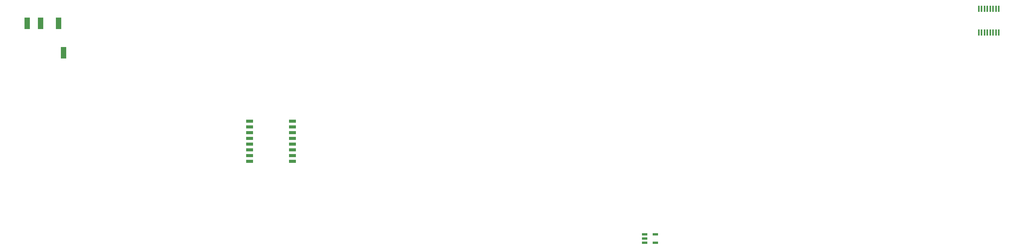
<source format=gbr>
G04 EAGLE Gerber RS-274X export*
G75*
%MOMM*%
%FSLAX34Y34*%
%LPD*%
%INSolderpaste Top*%
%IPPOS*%
%AMOC8*
5,1,8,0,0,1.08239X$1,22.5*%
G01*
%ADD10R,1.524000X0.762000*%
%ADD11R,0.348000X1.397000*%
%ADD12R,1.200000X2.500000*%
%ADD13R,1.211200X0.500800*%


D10*
X117348Y641350D03*
X117348Y628650D03*
X117348Y615950D03*
X117348Y603250D03*
X117348Y590550D03*
X117348Y577850D03*
X117348Y565150D03*
X117348Y552450D03*
X212852Y552450D03*
X212852Y565150D03*
X212852Y577850D03*
X212852Y590550D03*
X212852Y603250D03*
X212852Y615950D03*
X212852Y628650D03*
X212852Y641350D03*
D11*
X1730370Y889800D03*
X1736720Y889800D03*
X1743070Y889800D03*
X1749420Y889800D03*
X1755780Y889800D03*
X1762130Y889800D03*
X1768480Y889800D03*
X1774830Y889800D03*
X1730370Y837410D03*
X1736720Y837400D03*
X1743070Y837400D03*
X1749420Y837400D03*
X1755780Y837400D03*
X1762130Y837400D03*
X1768480Y837400D03*
X1774830Y837400D03*
D12*
X-304400Y858000D03*
X-293400Y793000D03*
X-344400Y858000D03*
X-374400Y858000D03*
D13*
X991800Y390500D03*
X991800Y381000D03*
X991800Y371500D03*
X1014800Y371500D03*
X1014800Y390500D03*
M02*

</source>
